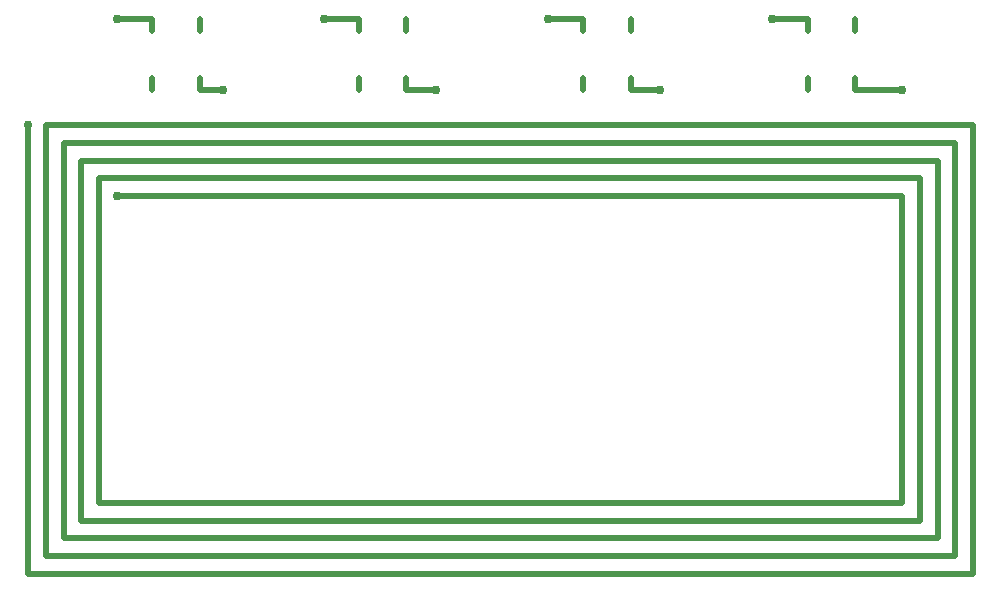
<source format=gbr>
G04 EAGLE Gerber X2 export*
%TF.Part,Single*%
%TF.FileFunction,Copper,L1,Top,Mixed*%
%TF.FilePolarity,Positive*%
%TF.GenerationSoftware,Autodesk,EAGLE,9.0.1*%
%TF.CreationDate,2018-06-03T14:21:38Z*%
G75*
%MOMM*%
%FSLAX34Y34*%
%LPD*%
%AMOC8*
5,1,8,0,0,1.08239X$1,22.5*%
G01*
%ADD10C,0.508000*%
%ADD11C,0.756400*%


D10*
X310000Y495000D02*
X280000Y495000D01*
D11*
X280000Y495000D03*
D10*
X310000Y495000D02*
X310000Y485000D01*
X135000Y495000D02*
X105000Y495000D01*
D11*
X105000Y495000D03*
D10*
X135000Y495000D02*
X135000Y485000D01*
X470000Y495000D02*
X500000Y495000D01*
D11*
X470000Y495000D03*
D10*
X500000Y495000D02*
X500000Y485000D01*
X660000Y495000D02*
X690000Y495000D01*
D11*
X660000Y495000D03*
D10*
X690000Y495000D02*
X690000Y485000D01*
X175000Y485000D02*
X175000Y495000D01*
X135000Y445000D02*
X135000Y435000D01*
X350000Y485000D02*
X350000Y495000D01*
X310000Y445000D02*
X310000Y435000D01*
X540000Y485000D02*
X540000Y495000D01*
X500000Y445000D02*
X500000Y435000D01*
X730000Y485000D02*
X730000Y495000D01*
X730000Y445000D02*
X730000Y435000D01*
X540000Y435000D02*
X540000Y445000D01*
X350000Y445000D02*
X350000Y435000D01*
X175000Y435000D02*
X175000Y445000D01*
X30000Y405000D02*
X30000Y25000D01*
X830000Y25000D01*
X830000Y405000D01*
X45000Y405000D01*
X45000Y40000D01*
X815000Y40000D01*
X815000Y390000D01*
X60000Y390000D01*
X60000Y55000D01*
X800000Y55000D01*
X800000Y375000D01*
X75000Y375000D01*
X75000Y70000D01*
X785000Y70000D01*
X785000Y360000D01*
X90000Y360000D01*
X90000Y85000D01*
X770000Y85000D01*
X770000Y345000D01*
X105000Y345000D01*
D11*
X105000Y345000D03*
X30000Y405000D03*
X195000Y435000D03*
X375000Y435000D03*
X565000Y435000D03*
X770000Y435000D03*
D10*
X730000Y435000D01*
X195000Y435000D02*
X175000Y435000D01*
X350000Y435000D02*
X375000Y435000D01*
X540000Y435000D02*
X565000Y435000D01*
X690000Y435000D02*
X690000Y445000D01*
M02*

</source>
